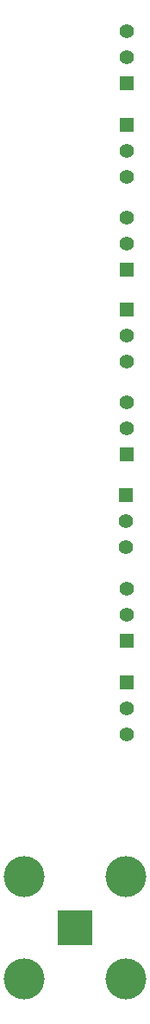
<source format=gbr>
%TF.GenerationSoftware,KiCad,Pcbnew,(6.0.8-1)-1*%
%TF.CreationDate,2024-04-30T14:45:46-04:00*%
%TF.ProjectId,Untitled,556e7469-746c-4656-942e-6b696361645f,rev?*%
%TF.SameCoordinates,Original*%
%TF.FileFunction,Soldermask,Bot*%
%TF.FilePolarity,Negative*%
%FSLAX46Y46*%
G04 Gerber Fmt 4.6, Leading zero omitted, Abs format (unit mm)*
G04 Created by KiCad (PCBNEW (6.0.8-1)-1) date 2024-04-30 14:45:46*
%MOMM*%
%LPD*%
G01*
G04 APERTURE LIST*
%ADD10R,1.397000X1.397000*%
%ADD11C,1.397000*%
%ADD12R,3.500000X3.500000*%
%ADD13C,4.000000*%
G04 APERTURE END LIST*
D10*
%TO.C,REF\u002A\u002A*%
X59250100Y-41127500D03*
D11*
X59250100Y-38587500D03*
X59250100Y-36047500D03*
%TD*%
D12*
%TO.C,LEDs*%
X54200000Y-123600000D03*
D13*
X59225000Y-128625000D03*
X59225000Y-118575000D03*
X49175000Y-128625000D03*
X49175000Y-118575000D03*
%TD*%
D10*
%TO.C,REF\u002A\u002A*%
X59250100Y-95587500D03*
D11*
X59250100Y-93047500D03*
X59250100Y-90507500D03*
%TD*%
D10*
%TO.C,REF\u002A\u002A*%
X59250100Y-77387500D03*
D11*
X59250100Y-74847500D03*
X59250100Y-72307500D03*
%TD*%
D10*
%TO.C,REF\u002A\u002A*%
X59250100Y-59387500D03*
D11*
X59250100Y-56847500D03*
X59250100Y-54307500D03*
%TD*%
D10*
%TO.C,REF\u002A\u002A*%
X59250100Y-99612500D03*
D11*
X59250100Y-102152500D03*
X59250100Y-104692500D03*
%TD*%
D10*
%TO.C,REF\u002A\u002A*%
X59250100Y-63212500D03*
D11*
X59250100Y-65752500D03*
X59250100Y-68292500D03*
%TD*%
D10*
%TO.C,REF\u002A\u002A*%
X59200000Y-81400000D03*
D11*
X59200000Y-83940000D03*
X59200000Y-86480000D03*
%TD*%
D10*
%TO.C,REF\u002A\u002A*%
X59250100Y-45212500D03*
D11*
X59250100Y-47752500D03*
X59250100Y-50292500D03*
%TD*%
M02*

</source>
